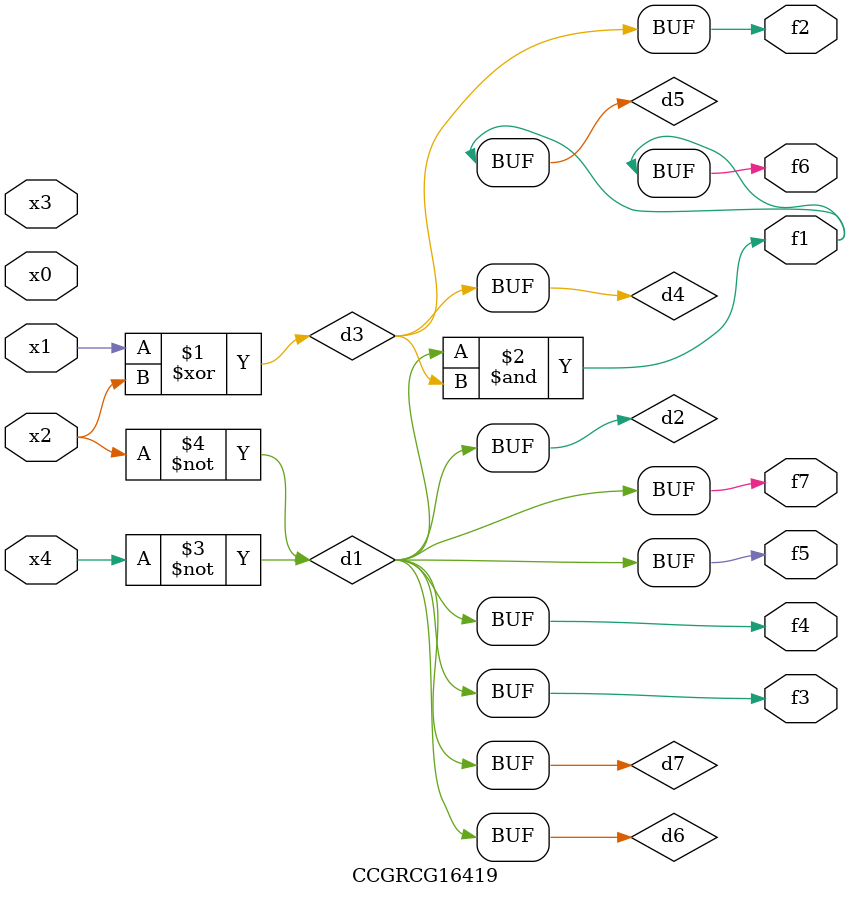
<source format=v>
module CCGRCG16419(
	input x0, x1, x2, x3, x4,
	output f1, f2, f3, f4, f5, f6, f7
);

	wire d1, d2, d3, d4, d5, d6, d7;

	not (d1, x4);
	not (d2, x2);
	xor (d3, x1, x2);
	buf (d4, d3);
	and (d5, d1, d3);
	buf (d6, d1, d2);
	buf (d7, d2);
	assign f1 = d5;
	assign f2 = d4;
	assign f3 = d7;
	assign f4 = d7;
	assign f5 = d7;
	assign f6 = d5;
	assign f7 = d7;
endmodule

</source>
